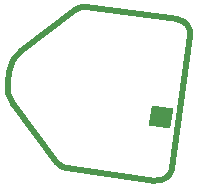
<source format=gbr>
*
G4_C Author: OrCAD GerbTool(tm) 8.1.1 Wed Jun 18 21:21:11 2003*
%LPD*%
%LNstifftop*%
%FSLAX34Y34*%
%MOIN*%
%AD*%
%AMD26R82*
20,1,0.027000,0.000000,-0.036000,0.000000,0.036000,82.200000*
%
%ADD10C,0.010000*%
%ADD11C,0.020000*%
%ADD12D26R82*%
%ADD26R,0.027000X0.072000*%
G4_C OrCAD GerbTool Tool List *
G54D11*
G1X90200Y25866D2*
G75*
G3X89772Y26429I-495J68D1*
G74*
G1X86732Y26846D1*
G75*
G3X86363Y26749I-68J-495D1*
G74*
G1X85761Y21656D2*
G75*
G3X86091Y21463I399J303D1*
G74*
G1X89036Y21060D1*
G1X89600Y21487D2*
G1X90200Y25866D1*
G1X89036Y21060D2*
G75*
G3X89600Y21487I68J495D1*
G74*
G1X85761Y21656D2*
G1X84305Y23574D1*
G75*
G2X84111Y24314I796J605D1*
G74*
G1X84165Y24714D1*
G1X84551Y25374D2*
G1X86363Y26749D1*
G1X84165Y24714D2*
G75*
G2X84551Y25374I991J-136D1*
G74*
G54D12*
G1X89240Y23372D3*
G1X89213Y23174D3*
G1X89186Y22978D3*
M2*

</source>
